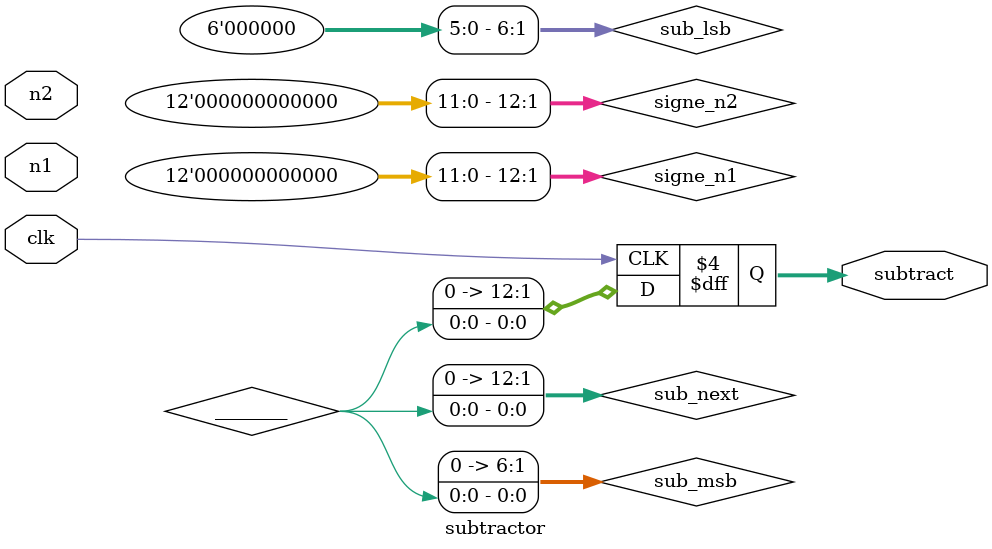
<source format=v>
/*
    Chase Lotito - SIUC
    ECE426 - HW8 - Pipelined Subtractor
*/

module subtractor (clk, n1, n2, subtract);

// I/O
input clk;
input [11:0] n1;
input [11:0] n2;
output [12:0] subtract;

reg [12:0] subtract;
wire [12:0] signe_n1;
wire [12:0] signe_n2;

reg [12:0] twosc_n2;
reg [12:0] n1_reg1;

wire [6:0] sub_lsb;
reg [6:0] sub_lsb_2;
reg [12:6] twosc_n2_2;
reg [12:6] n1_reg2;

wire [12:6] sub_msb;
wire [12:0] sub_next;

assign signe_n1 = _______________; // sign extend n1
assign signe_n2 = _______________; // sign extend n2

always @ (posedge clk) // Pipeline 1, clk (1)
begin
twosc_n2 <= __________; // compute twos complement of signe_n2
n1_reg1 <= ___________; // preserve n1
end

assign sub_lsb = __________; // Add least 6 significant bits, sub_lsb [6] is the carry.

always @ (posedge clk) //pipeline 1, clk (2), register LSB to continue addition of MSB.
begin
sub_lsb_2 <= __________; // preserve LSB sum, sum_lsb_2 [6] is the carry.
twosc_n2_2 <= ________; // preserve MSB of n2 for further processing.
n1_reg2 <= _________; // preserve MSB of n1_reg1
end

// Add msbs with carry.
assign sub_msb = ________; // add MSBs with carry
assign sub_next = ________; // put together MSB & LSB of the final result

always @ (posedge clk) // Pipeline 2, clk (2), register the final result
begin
subtract <= ________;
end

endmodule

</source>
